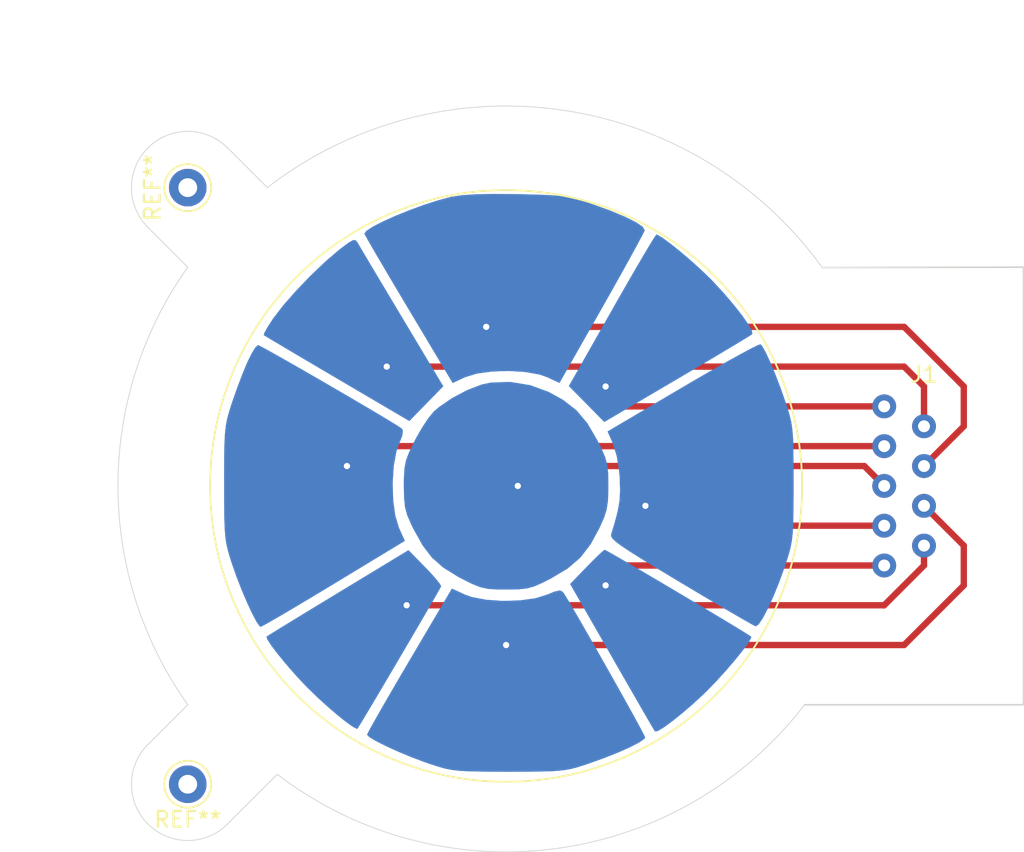
<source format=kicad_pcb>
(kicad_pcb (version 20171130) (host pcbnew 5.1.3-ffb9f22~84~ubuntu18.10.1)

  (general
    (thickness 1.6)
    (drawings 14)
    (tracks 35)
    (zones 0)
    (modules 4)
    (nets 1)
  )

  (page A4)
  (layers
    (0 F.Cu signal)
    (31 B.Cu signal)
    (32 B.Adhes user)
    (33 F.Adhes user)
    (34 B.Paste user)
    (35 F.Paste user)
    (36 B.SilkS user)
    (37 F.SilkS user)
    (38 B.Mask user)
    (39 F.Mask user)
    (40 Dwgs.User user)
    (41 Cmts.User user)
    (42 Eco1.User user)
    (43 Eco2.User user)
    (44 Edge.Cuts user)
    (45 Margin user)
    (46 B.CrtYd user)
    (47 F.CrtYd user)
    (48 B.Fab user)
    (49 F.Fab user)
  )

  (setup
    (last_trace_width 0.25)
    (user_trace_width 0.406)
    (trace_clearance 0.2)
    (zone_clearance 0.508)
    (zone_45_only no)
    (trace_min 0.2)
    (via_size 0.8)
    (via_drill 0.4)
    (via_min_size 0.4)
    (via_min_drill 0.3)
    (uvia_size 0.3)
    (uvia_drill 0.1)
    (uvias_allowed no)
    (uvia_min_size 0.2)
    (uvia_min_drill 0.1)
    (edge_width 0.05)
    (segment_width 0.2)
    (pcb_text_width 0.3)
    (pcb_text_size 1.5 1.5)
    (mod_edge_width 0.12)
    (mod_text_size 1 1)
    (mod_text_width 0.15)
    (pad_size 1.524 1.524)
    (pad_drill 0.762)
    (pad_to_mask_clearance 0.051)
    (solder_mask_min_width 0.25)
    (aux_axis_origin 0 0)
    (visible_elements FFFFFF7F)
    (pcbplotparams
      (layerselection 0x010fc_ffffffff)
      (usegerberextensions false)
      (usegerberattributes false)
      (usegerberadvancedattributes false)
      (creategerberjobfile false)
      (excludeedgelayer true)
      (linewidth 0.100000)
      (plotframeref false)
      (viasonmask false)
      (mode 1)
      (useauxorigin false)
      (hpglpennumber 1)
      (hpglpenspeed 20)
      (hpglpendiameter 15.000000)
      (psnegative false)
      (psa4output false)
      (plotreference true)
      (plotvalue true)
      (plotinvisibletext false)
      (padsonsilk false)
      (subtractmaskfromsilk false)
      (outputformat 1)
      (mirror false)
      (drillshape 1)
      (scaleselection 1)
      (outputdirectory ""))
  )

  (net 0 "")

  (net_class Default "This is the default net class."
    (clearance 0.2)
    (trace_width 0.25)
    (via_dia 0.8)
    (via_drill 0.4)
    (uvia_dia 0.3)
    (uvia_drill 0.1)
    (add_net "Net-(J1-Pad1)")
    (add_net "Net-(J1-Pad2)")
    (add_net "Net-(J1-Pad3)")
    (add_net "Net-(J1-Pad4)")
    (add_net "Net-(J1-Pad5)")
    (add_net "Net-(J1-Pad6)")
    (add_net "Net-(J1-Pad7)")
    (add_net "Net-(J1-Pad8)")
    (add_net "Net-(J1-Pad9)")
  )

  (module Connector_Pin:Pin_D1.0mm_L10.0mm_LooseFit (layer F.Cu) (tedit 5A1DC085) (tstamp 5D5D68DB)
    (at 81.28 91.44 270)
    (descr "solder Pin_ diameter 1.0mm, hole diameter 1.2mm (loose fit), length 10.0mm")
    (tags "solder Pin_ loose fit")
    (fp_text reference REF** (at 0 2.25 90) (layer F.SilkS)
      (effects (font (size 1 1) (thickness 0.15)))
    )
    (fp_text value Pin_D1.0mm_L10.0mm_LooseFit (at 0 -2.05 90) (layer F.Fab)
      (effects (font (size 1 1) (thickness 0.15)))
    )
    (fp_circle (center 0 0) (end 1.5 0.05) (layer F.SilkS) (width 0.12))
    (fp_circle (center 0 0) (end 1.2 0) (layer F.Fab) (width 0.12))
    (fp_circle (center 0 0) (end 0.5 0) (layer F.Fab) (width 0.12))
    (fp_circle (center 0 0) (end 1.7 0) (layer F.CrtYd) (width 0.05))
    (fp_text user %R (at 0 2.25 90) (layer F.Fab)
      (effects (font (size 1 1) (thickness 0.15)))
    )
    (pad 1 thru_hole circle (at 0 0 270) (size 2.4 2.4) (drill 1.2) (layers *.Cu *.Mask))
    (model ${KISYS3DMOD}/Connector_Pin.3dshapes/Pin_D1.0mm_L10.0mm_LooseFit.wrl
      (at (xyz 0 0 0))
      (scale (xyz 1 1 1))
      (rotate (xyz 0 0 0))
    )
  )

  (module Connector_Pin:Pin_D1.0mm_L10.0mm_LooseFit (layer F.Cu) (tedit 5A1DC085) (tstamp 5D5D6883)
    (at 81.28 129.54)
    (descr "solder Pin_ diameter 1.0mm, hole diameter 1.2mm (loose fit), length 10.0mm")
    (tags "solder Pin_ loose fit")
    (fp_text reference REF** (at 0 2.25) (layer F.SilkS)
      (effects (font (size 1 1) (thickness 0.15)))
    )
    (fp_text value Pin_D1.0mm_L10.0mm_LooseFit (at 0 -2.05) (layer F.Fab)
      (effects (font (size 1 1) (thickness 0.15)))
    )
    (fp_text user %R (at 0 2.25) (layer F.Fab)
      (effects (font (size 1 1) (thickness 0.15)))
    )
    (fp_circle (center 0 0) (end 1.7 0) (layer F.CrtYd) (width 0.05))
    (fp_circle (center 0 0) (end 0.5 0) (layer F.Fab) (width 0.12))
    (fp_circle (center 0 0) (end 1.2 0) (layer F.Fab) (width 0.12))
    (fp_circle (center 0 0) (end 1.5 0.05) (layer F.SilkS) (width 0.12))
    (pad 1 thru_hole circle (at 0 0) (size 2.4 2.4) (drill 1.2) (layers *.Cu *.Mask))
    (model ${KISYS3DMOD}/Connector_Pin.3dshapes/Pin_D1.0mm_L10.0mm_LooseFit.wrl
      (at (xyz 0 0 0))
      (scale (xyz 1 1 1))
      (rotate (xyz 0 0 0))
    )
  )

  (module click-wheel:click-wheel (layer B.Cu) (tedit 5D5CBFA2) (tstamp 5D5D5A00)
    (at 101.6 110.49)
    (path /5D5CC016)
    (fp_text reference U1 (at 0 0) (layer B.Cu) hide
      (effects (font (size 1.524 1.524) (thickness 0.3)) (justify mirror))
    )
    (fp_text value click-wheel (at 0.75 0) (layer B.SilkS) hide
      (effects (font (size 1.524 1.524) (thickness 0.3)) (justify mirror))
    )
    (fp_circle (center 0 0) (end 16.51 -9.181682) (layer F.SilkS) (width 0.12))
    (fp_poly (pts (xy 1.385444 18.244435) (xy 2.31298 18.234511) (xy 3.020585 18.210216) (xy 3.572265 18.165206)
      (xy 4.032025 18.093137) (xy 4.463871 17.987662) (xy 4.931808 17.842439) (xy 5.219178 17.746223)
      (xy 6.225314 17.386688) (xy 7.140524 17.023656) (xy 7.912413 16.681279) (xy 8.488584 16.383707)
      (xy 8.816643 16.155089) (xy 8.872603 16.062283) (xy 8.789195 15.877728) (xy 8.556401 15.434867)
      (xy 8.200366 14.779988) (xy 7.747234 13.959383) (xy 7.223151 13.01934) (xy 6.654262 12.00615)
      (xy 6.066711 10.966104) (xy 5.486644 9.94549) (xy 4.940205 8.990598) (xy 4.453539 8.14772)
      (xy 4.052791 7.463144) (xy 3.764105 6.98316) (xy 3.619237 6.761118) (xy 3.423832 6.67414)
      (xy 3.053836 6.760105) (xy 2.643439 6.934869) (xy 1.865912 7.176214) (xy 0.874559 7.312943)
      (xy -0.212221 7.345049) (xy -1.276034 7.272524) (xy -2.19848 7.095364) (xy -2.642768 6.93517)
      (xy -3.458824 6.555477) (xy -6.165713 11.145516) (xy -6.842126 12.297314) (xy -7.456759 13.353164)
      (xy -7.987729 14.274734) (xy -8.41315 15.023692) (xy -8.711139 15.561704) (xy -8.85981 15.85044)
      (xy -8.872603 15.886843) (xy -8.719691 16.044926) (xy -8.303221 16.294156) (xy -7.686589 16.605005)
      (xy -6.93319 16.947944) (xy -6.106421 17.293444) (xy -5.269678 17.611976) (xy -4.871233 17.75061)
      (xy -4.356719 17.918344) (xy -3.911421 18.043255) (xy -3.471221 18.131642) (xy -2.971998 18.189806)
      (xy -2.349634 18.224048) (xy -1.540008 18.240666) (xy -0.479002 18.245963) (xy 0.173973 18.246333)
      (xy 1.385444 18.244435)) (layer B.Cu) (width 0.01))
    (fp_poly (pts (xy 9.688525 15.646018) (xy 10.075731 15.410231) (xy 10.611142 15.018472) (xy 11.241309 14.512707)
      (xy 11.912784 13.934906) (xy 12.572121 13.327035) (xy 12.848703 13.056779) (xy 13.463277 12.419522)
      (xy 14.074544 11.743921) (xy 14.639942 11.082317) (xy 15.116913 10.487049) (xy 15.462895 10.010458)
      (xy 15.635328 9.704885) (xy 15.638425 9.626005) (xy 15.455203 9.502354) (xy 15.020339 9.231854)
      (xy 14.378204 8.840822) (xy 13.573167 8.355577) (xy 12.649598 7.802436) (xy 11.651865 7.207718)
      (xy 10.624339 6.597738) (xy 9.611389 5.998817) (xy 8.657385 5.43727) (xy 7.806695 4.939417)
      (xy 7.103691 4.531575) (xy 6.592741 4.240061) (xy 6.318214 4.091193) (xy 6.284153 4.077523)
      (xy 6.121346 4.204837) (xy 5.780219 4.526742) (xy 5.323388 4.983313) (xy 5.132192 5.179953)
      (xy 4.088356 6.261805) (xy 6.76295 10.936111) (xy 7.429565 12.099849) (xy 8.039752 13.162611)
      (xy 8.571746 14.086687) (xy 9.003785 14.83437) (xy 9.314106 15.367949) (xy 9.480947 15.649715)
      (xy 9.502972 15.683865) (xy 9.688525 15.646018)) (layer B.Cu) (width 0.01))
    (fp_poly (pts (xy -9.492368 15.502847) (xy -9.379495 15.328969) (xy -9.117615 14.898436) (xy -8.733823 14.257374)
      (xy -8.255216 13.451906) (xy -7.70889 12.528154) (xy -7.121943 11.532244) (xy -6.52147 10.510298)
      (xy -5.934568 9.508441) (xy -5.388334 8.572796) (xy -4.909864 7.749486) (xy -4.526255 7.084635)
      (xy -4.264603 6.624368) (xy -4.152005 6.414807) (xy -4.149808 6.408748) (xy -4.248524 6.22558)
      (xy -4.542217 5.862897) (xy -4.97591 5.386598) (xy -5.172954 5.182409) (xy -6.231269 4.103013)
      (xy -10.726936 6.829359) (xy -11.855438 7.51459) (xy -12.884652 8.141189) (xy -13.777379 8.686378)
      (xy -14.496424 9.127379) (xy -15.00459 9.441416) (xy -15.264681 9.605711) (xy -15.290479 9.623871)
      (xy -15.2381 9.802973) (xy -14.990809 10.183775) (xy -14.592497 10.711399) (xy -14.087053 11.33097)
      (xy -13.518368 11.98761) (xy -12.93033 12.626444) (xy -12.694001 12.870306) (xy -12.087155 13.461299)
      (xy -11.440433 14.051075) (xy -10.80797 14.595122) (xy -10.243896 15.04893) (xy -9.802345 15.367989)
      (xy -9.537449 15.507788) (xy -9.492368 15.502847)) (layer B.Cu) (width 0.01))
    (fp_poly (pts (xy 0.762983 6.603018) (xy 1.321108 6.545454) (xy 1.813415 6.407588) (xy 2.378945 6.15512)
      (xy 2.859884 5.909027) (xy 3.921348 5.275757) (xy 4.733965 4.57977) (xy 5.392825 3.72227)
      (xy 5.94694 2.701568) (xy 6.2395 2.050254) (xy 6.41256 1.515079) (xy 6.496652 0.952146)
      (xy 6.52231 0.217559) (xy 6.523174 -0.014152) (xy 6.511966 -0.781644) (xy 6.45481 -1.344653)
      (xy 6.31786 -1.84368) (xy 6.06727 -2.419227) (xy 5.828082 -2.899604) (xy 5.193283 -3.989856)
      (xy 4.494645 -4.82244) (xy 3.63824 -5.491143) (xy 2.728279 -5.994793) (xy 1.53534 -6.430868)
      (xy 0.269894 -6.637846) (xy -0.949072 -6.602495) (xy -1.565753 -6.472294) (xy -2.498169 -6.11335)
      (xy -3.461973 -5.600551) (xy -4.305818 -5.019499) (xy -4.620918 -4.744294) (xy -4.953687 -4.340342)
      (xy -5.357279 -3.732814) (xy -5.755796 -3.038011) (xy -5.838726 -2.87815) (xy -6.178069 -2.183041)
      (xy -6.382031 -1.651525) (xy -6.484784 -1.140314) (xy -6.520502 -0.506118) (xy -6.523972 -0.00494)
      (xy -6.510589 0.78483) (xy -6.449675 1.36279) (xy -6.310084 1.869516) (xy -6.060668 2.445585)
      (xy -5.915068 2.743239) (xy -5.336775 3.78591) (xy -4.732628 4.578021) (xy -4.01026 5.215286)
      (xy -3.077302 5.793416) (xy -2.859883 5.909027) (xy -2.169848 6.255933) (xy -1.644808 6.465594)
      (xy -1.145726 6.572313) (xy -0.533559 6.610391) (xy 0 6.614583) (xy 0.762983 6.603018)) (layer B.Cu) (width 0.01))
    (fp_poly (pts (xy -15.487903 8.908521) (xy -15.046344 8.661376) (xy -14.382346 8.276586) (xy -13.533716 7.776341)
      (xy -12.538262 7.182829) (xy -11.43379 6.518237) (xy -10.992838 6.251348) (xy -6.465676 3.506863)
      (xy -6.840168 2.679473) (xy -7.07812 1.891291) (xy -7.212864 0.886251) (xy -7.244408 -0.215605)
      (xy -7.172758 -1.294236) (xy -6.99792 -2.229599) (xy -6.839871 -2.680154) (xy -6.62549 -3.224427)
      (xy -6.590209 -3.54247) (xy -6.6685 -3.669504) (xy -6.913655 -3.832962) (xy -7.402994 -4.134653)
      (xy -8.090861 -4.548069) (xy -8.9316 -5.046703) (xy -9.879556 -5.604047) (xy -10.889073 -6.193592)
      (xy -11.914494 -6.788831) (xy -12.910165 -7.363255) (xy -13.830429 -7.890357) (xy -14.62963 -8.343628)
      (xy -15.262112 -8.696561) (xy -15.682221 -8.922647) (xy -15.842252 -8.995834) (xy -16.00126 -8.846842)
      (xy -16.241898 -8.455794) (xy -16.512697 -7.906581) (xy -16.518583 -7.893403) (xy -16.815029 -7.179787)
      (xy -17.149767 -6.300694) (xy -17.457922 -5.427559) (xy -17.503125 -5.291667) (xy -17.669902 -4.771008)
      (xy -17.794127 -4.32166) (xy -17.882057 -3.878728) (xy -17.939951 -3.377317) (xy -17.974065 -2.752534)
      (xy -17.990658 -1.939484) (xy -17.995987 -0.873272) (xy -17.996384 -0.176389) (xy -17.994443 1.053069)
      (xy -17.984479 1.994764) (xy -17.960277 2.713706) (xy -17.915624 3.274905) (xy -17.844305 3.743371)
      (xy -17.740108 4.184113) (xy -17.596818 4.662142) (xy -17.507451 4.938889) (xy -17.21723 5.768471)
      (xy -16.885991 6.619763) (xy -16.542859 7.42849) (xy -16.216958 8.130373) (xy -15.937413 8.661137)
      (xy -15.733347 8.956505) (xy -15.669216 8.995833) (xy -15.487903 8.908521)) (layer B.Cu) (width 0.01))
    (fp_poly (pts (xy 16.117711 8.837246) (xy 16.389293 8.432008) (xy 16.719622 7.801046) (xy 17.082699 6.998714)
      (xy 17.452525 6.079365) (xy 17.803102 5.097353) (xy 17.855397 4.938889) (xy 18.020833 4.417229)
      (xy 18.144033 3.965747) (xy 18.231209 3.519432) (xy 18.288577 3.013276) (xy 18.322349 2.382267)
      (xy 18.33874 1.561397) (xy 18.343964 0.485655) (xy 18.344329 -0.176389) (xy 18.342457 -1.404687)
      (xy 18.332669 -2.345105) (xy 18.308707 -3.062538) (xy 18.264314 -3.62188) (xy 18.193231 -4.088026)
      (xy 18.089202 -4.525869) (xy 17.945968 -5.000305) (xy 17.85107 -5.291667) (xy 17.532604 -6.208004)
      (xy 17.19358 -7.096949) (xy 16.862488 -7.892099) (xy 16.567814 -8.527051) (xy 16.33805 -8.935402)
      (xy 16.240445 -9.045809) (xy 16.057453 -8.984202) (xy 15.611784 -8.763682) (xy 14.940415 -8.404632)
      (xy 14.080327 -7.927434) (xy 13.068499 -7.352468) (xy 11.941908 -6.700118) (xy 11.28068 -6.312138)
      (xy 6.477149 -3.480568) (xy 6.826089 -2.680774) (xy 7.064192 -1.903605) (xy 7.219089 -0.899243)
      (xy 7.252879 -0.455421) (xy 7.275508 0.299532) (xy 7.238806 0.949533) (xy 7.124594 1.61206)
      (xy 6.914689 2.40459) (xy 6.704197 3.089784) (xy 6.701638 3.209172) (xy 6.785191 3.355096)
      (xy 6.984427 3.548094) (xy 7.328916 3.808705) (xy 7.848231 4.157467) (xy 8.571942 4.614919)
      (xy 9.529621 5.2016) (xy 10.750839 5.938048) (xy 11.14854 6.176589) (xy 12.294632 6.860903)
      (xy 13.349804 7.48605) (xy 14.275374 8.029494) (xy 15.032654 8.4687) (xy 15.582961 8.781135)
      (xy 15.887608 8.944262) (xy 15.930873 8.962404) (xy 16.117711 8.837246)) (layer B.Cu) (width 0.01))
    (fp_poly (pts (xy -5.095064 -5.256173) (xy -4.0141 -6.367206) (xy -6.671497 -10.812423) (xy -7.353322 -11.953741)
      (xy -7.981851 -13.007335) (xy -8.5329 -13.932547) (xy -8.982284 -14.688719) (xy -9.30582 -15.235193)
      (xy -9.479321 -15.531314) (xy -9.49688 -15.562294) (xy -9.61115 -15.69478) (xy -9.784514 -15.688871)
      (xy -10.081151 -15.516865) (xy -10.565238 -15.151059) (xy -10.704009 -15.041233) (xy -11.563941 -14.302908)
      (xy -12.491399 -13.41504) (xy -13.402458 -12.465517) (xy -14.213196 -11.542229) (xy -14.839689 -10.733064)
      (xy -14.896772 -10.650355) (xy -15.214605 -10.158246) (xy -15.42021 -9.79219) (xy -15.469017 -9.634958)
      (xy -15.306036 -9.533197) (xy -14.879134 -9.276734) (xy -14.225504 -8.887633) (xy -13.382338 -8.387959)
      (xy -12.386828 -7.799776) (xy -11.276167 -7.14515) (xy -10.786301 -6.85688) (xy -6.176027 -4.145139)
      (xy -5.095064 -5.256173)) (layer B.Cu) (width 0.01))
    (fp_poly (pts (xy 10.918313 -6.825204) (xy 12.075383 -7.507844) (xy 13.136299 -8.136611) (xy 14.063347 -8.688928)
      (xy 14.818811 -9.142217) (xy 15.364976 -9.4739) (xy 15.664127 -9.661399) (xy 15.707666 -9.692294)
      (xy 15.687635 -9.89949) (xy 15.462551 -10.31029) (xy 15.069768 -10.875223) (xy 14.546638 -11.544814)
      (xy 13.930512 -12.269589) (xy 13.258742 -13.000076) (xy 13.041946 -13.223085) (xy 12.451054 -13.795601)
      (xy 11.793205 -14.390497) (xy 11.127401 -14.959431) (xy 10.512647 -15.454063) (xy 10.007948 -15.826051)
      (xy 9.672306 -16.027054) (xy 9.592848 -16.048862) (xy 9.482248 -15.901007) (xy 9.221126 -15.483106)
      (xy 8.831023 -14.831733) (xy 8.333479 -13.983468) (xy 7.750038 -12.974886) (xy 7.102238 -11.842565)
      (xy 6.744136 -11.211765) (xy 4.006766 -6.377194) (xy 5.136422 -5.231848) (xy 6.266078 -4.086503)
      (xy 10.918313 -6.825204)) (layer B.Cu) (width 0.01))
    (fp_poly (pts (xy -2.619282 -6.945704) (xy -1.87188 -7.17626) (xy -0.907622 -7.309021) (xy 0.156406 -7.343951)
      (xy 1.203122 -7.281013) (xy 2.115441 -7.12017) (xy 2.615604 -6.947353) (xy 3.404496 -6.579843)
      (xy 6.095057 -11.322414) (xy 6.763484 -12.505691) (xy 7.375046 -13.598001) (xy 7.90811 -14.559942)
      (xy 8.341044 -15.352109) (xy 8.652215 -15.935097) (xy 8.819993 -16.269502) (xy 8.842774 -16.32755)
      (xy 8.718639 -16.546729) (xy 8.291341 -16.838376) (xy 7.59446 -17.186176) (xy 6.661581 -17.573813)
      (xy 5.526284 -17.984971) (xy 5.219178 -18.088065) (xy 4.653366 -18.266827) (xy 4.149207 -18.397898)
      (xy 3.632764 -18.490011) (xy 3.030101 -18.551899) (xy 2.26728 -18.592296) (xy 1.270364 -18.619934)
      (xy 0.608904 -18.632624) (xy -0.830594 -18.644178) (xy -1.965983 -18.620777) (xy -2.839566 -18.560523)
      (xy -3.493648 -18.461518) (xy -3.566438 -18.445313) (xy -4.379965 -18.226068) (xy -5.276424 -17.93504)
      (xy -6.195979 -17.597673) (xy -7.078794 -17.23941) (xy -7.865034 -16.885695) (xy -8.494863 -16.561974)
      (xy -8.908446 -16.293689) (xy -9.046575 -16.114975) (xy -8.95981 -15.945523) (xy -8.713963 -15.511692)
      (xy -8.330705 -14.850543) (xy -7.831707 -13.999137) (xy -7.23864 -12.994537) (xy -6.573175 -11.873803)
      (xy -6.229214 -11.296793) (xy -3.411852 -6.576544) (xy -2.619282 -6.945704)) (layer B.Cu) (width 0.01))
  )

  (module click-wheel:connector (layer F.Cu) (tedit 5D5CCFE8) (tstamp 5D5D3036)
    (at 128.27 102.87)
    (path /5D5CCA75)
    (fp_text reference J1 (at 0 0.5) (layer F.SilkS)
      (effects (font (size 1 1) (thickness 0.15)))
    )
    (fp_text value Conn_01x09 (at 0 -0.5) (layer F.Fab)
      (effects (font (size 1 1) (thickness 0.15)))
    )
    (pad 9 thru_hole circle (at 0 3.81) (size 1.524 1.524) (drill 0.762) (layers *.Cu *.Mask))
    (pad 8 thru_hole circle (at 0 6.35) (size 1.524 1.524) (drill 0.762) (layers *.Cu *.Mask))
    (pad 7 thru_hole circle (at 0 8.89) (size 1.524 1.524) (drill 0.762) (layers *.Cu *.Mask))
    (pad 6 thru_hole circle (at 0 11.43) (size 1.524 1.524) (drill 0.762) (layers *.Cu *.Mask))
    (pad 5 thru_hole circle (at -2.54 12.7) (size 1.524 1.524) (drill 0.762) (layers *.Cu *.Mask))
    (pad 4 thru_hole circle (at -2.54 10.16) (size 1.524 1.524) (drill 0.762) (layers *.Cu *.Mask))
    (pad 3 thru_hole circle (at -2.54 7.62) (size 1.524 1.524) (drill 0.762) (layers *.Cu *.Mask))
    (pad 2 thru_hole circle (at -2.54 5.08) (size 1.524 1.524) (drill 0.762) (layers *.Cu *.Mask))
    (pad 1 thru_hole circle (at -2.54 2.54) (size 1.524 1.524) (drill 0.762) (layers *.Cu *.Mask))
  )

  (gr_arc (start 101.6 111.125) (end 86.36 91.44) (angle 91.8993953) (layer Edge.Cuts) (width 0.05) (tstamp 5D5D6993))
  (gr_arc (start 101.6 109.855) (end 120.65 124.46) (angle 90) (layer Edge.Cuts) (width 0.05) (tstamp 5D5D6993))
  (gr_line (start 81.28 96.52) (end 78.74 93.98) (layer Edge.Cuts) (width 0.05) (tstamp 5D5D68E7))
  (gr_line (start 83.819999 88.900001) (end 86.36 91.44) (layer Edge.Cuts) (width 0.05) (tstamp 5D5D68E6))
  (gr_line (start 78.74 93.98) (end 78.740001 93.979999) (layer Edge.Cuts) (width 0.05) (tstamp 5D5D68E5))
  (gr_arc (start 81.28 91.44) (end 83.819999 88.900001) (angle -180) (layer Edge.Cuts) (width 0.05) (tstamp 5D5D68E4))
  (gr_line (start 83.82 132.08) (end 83.819999 132.079999) (layer Edge.Cuts) (width 0.05) (tstamp 5D5D68AA))
  (gr_line (start 86.995 128.905) (end 83.82 132.08) (layer Edge.Cuts) (width 0.05))
  (gr_line (start 78.740001 127.000001) (end 81.28 124.46) (layer Edge.Cuts) (width 0.05))
  (gr_arc (start 81.28 129.54) (end 78.740001 127.000001) (angle -180) (layer Edge.Cuts) (width 0.05))
  (gr_arc (start 100.965 110.49) (end 81.28 124.46) (angle 70.72492708) (layer Edge.Cuts) (width 0.05))
  (gr_line (start 134.62 96.52) (end 121.779309 96.545825) (layer Edge.Cuts) (width 0.1))
  (gr_line (start 134.62 124.46) (end 134.62 96.52) (layer Edge.Cuts) (width 0.1))
  (gr_line (start 120.65 124.46) (end 134.62 124.46) (layer Edge.Cuts) (width 0.1))

  (via (at 100.33 100.33) (size 0.8) (drill 0.4) (layers F.Cu B.Cu) (net 0))
  (via (at 93.98 102.87) (size 0.8) (drill 0.4) (layers F.Cu B.Cu) (net 0))
  (segment (start 125.73 107.95) (end 92.71 107.95) (width 0.406) (layer F.Cu) (net 0))
  (via (at 91.44 109.22) (size 0.8) (drill 0.4) (layers F.Cu B.Cu) (net 0))
  (segment (start 92.71 107.95) (end 91.44 109.22) (width 0.406) (layer F.Cu) (net 0))
  (via (at 107.95 104.14) (size 0.8) (drill 0.4) (layers F.Cu B.Cu) (net 0))
  (segment (start 125.73 105.41) (end 109.22 105.41) (width 0.406) (layer F.Cu) (net 0))
  (segment (start 109.22 105.41) (end 107.95 104.14) (width 0.406) (layer F.Cu) (net 0))
  (via (at 102.344642 110.49) (size 0.8) (drill 0.4) (layers F.Cu B.Cu) (net 0))
  (segment (start 127 102.87) (end 93.98 102.87) (width 0.406) (layer F.Cu) (net 0))
  (segment (start 128.27 106.68) (end 128.27 104.14) (width 0.406) (layer F.Cu) (net 0))
  (segment (start 128.27 104.14) (end 127 102.87) (width 0.406) (layer F.Cu) (net 0))
  (segment (start 130.81 104.14) (end 127 100.33) (width 0.406) (layer F.Cu) (net 0))
  (segment (start 127 100.33) (end 100.33 100.33) (width 0.406) (layer F.Cu) (net 0))
  (segment (start 128.27 109.22) (end 130.81 106.68) (width 0.406) (layer F.Cu) (net 0))
  (segment (start 130.81 106.68) (end 130.81 104.14) (width 0.406) (layer F.Cu) (net 0))
  (segment (start 125.73 115.57) (end 109.22 115.57) (width 0.406) (layer F.Cu) (net 0))
  (segment (start 108.349999 116.440001) (end 107.95 116.84) (width 0.406) (layer F.Cu) (net 0))
  (segment (start 109.22 115.57) (end 108.349999 116.440001) (width 0.406) (layer F.Cu) (net 0))
  (via (at 107.95 116.84) (size 0.8) (drill 0.4) (layers F.Cu B.Cu) (net 0))
  (segment (start 128.27 115.57) (end 128.27 114.3) (width 0.406) (layer F.Cu) (net 0))
  (via (at 95.25 118.11) (size 0.8) (drill 0.4) (layers F.Cu B.Cu) (net 0))
  (segment (start 125.73 118.11) (end 128.27 115.57) (width 0.406) (layer F.Cu) (net 0))
  (segment (start 95.25 118.11) (end 125.73 118.11) (width 0.406) (layer F.Cu) (net 0))
  (via (at 110.49 111.76) (size 0.8) (drill 0.4) (layers F.Cu B.Cu) (net 0))
  (segment (start 125.73 113.03) (end 111.76 113.03) (width 0.406) (layer F.Cu) (net 0))
  (segment (start 111.76 113.03) (end 110.49 111.76) (width 0.406) (layer F.Cu) (net 0))
  (segment (start 130.81 114.3) (end 128.27 111.76) (width 0.406) (layer F.Cu) (net 0))
  (segment (start 130.81 116.84) (end 130.81 114.3) (width 0.406) (layer F.Cu) (net 0))
  (segment (start 127 120.65) (end 130.81 116.84) (width 0.406) (layer F.Cu) (net 0))
  (via (at 101.6 120.65) (size 0.8) (drill 0.4) (layers F.Cu B.Cu) (net 0))
  (segment (start 101.6 120.65) (end 127 120.65) (width 0.406) (layer F.Cu) (net 0))
  (segment (start 103.614642 109.22) (end 102.344642 110.49) (width 0.406) (layer F.Cu) (net 0))
  (segment (start 125.73 110.49) (end 124.46 109.22) (width 0.406) (layer F.Cu) (net 0))
  (segment (start 124.46 109.22) (end 103.614642 109.22) (width 0.406) (layer F.Cu) (net 0))

)

</source>
